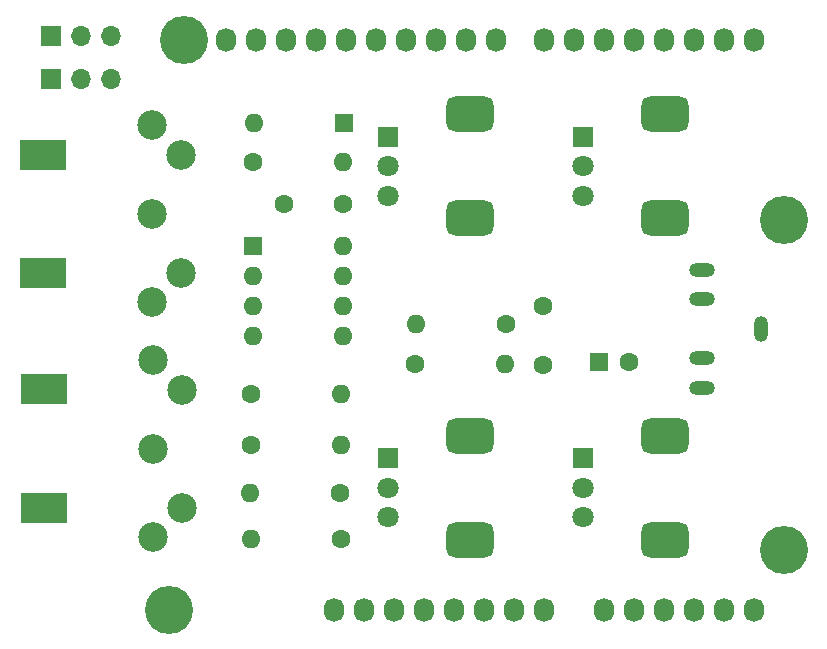
<source format=gbr>
%TF.GenerationSoftware,KiCad,Pcbnew,(6.0.5)*%
%TF.CreationDate,2022-11-11T15:24:04+00:00*%
%TF.ProjectId,ArduinoMozziExperimentShield,41726475-696e-46f4-9d6f-7a7a69457870,rev?*%
%TF.SameCoordinates,Original*%
%TF.FileFunction,Soldermask,Top*%
%TF.FilePolarity,Negative*%
%FSLAX46Y46*%
G04 Gerber Fmt 4.6, Leading zero omitted, Abs format (unit mm)*
G04 Created by KiCad (PCBNEW (6.0.5)) date 2022-11-11 15:24:04*
%MOMM*%
%LPD*%
G01*
G04 APERTURE LIST*
G04 Aperture macros list*
%AMRoundRect*
0 Rectangle with rounded corners*
0 $1 Rounding radius*
0 $2 $3 $4 $5 $6 $7 $8 $9 X,Y pos of 4 corners*
0 Add a 4 corners polygon primitive as box body*
4,1,4,$2,$3,$4,$5,$6,$7,$8,$9,$2,$3,0*
0 Add four circle primitives for the rounded corners*
1,1,$1+$1,$2,$3*
1,1,$1+$1,$4,$5*
1,1,$1+$1,$6,$7*
1,1,$1+$1,$8,$9*
0 Add four rect primitives between the rounded corners*
20,1,$1+$1,$2,$3,$4,$5,0*
20,1,$1+$1,$4,$5,$6,$7,0*
20,1,$1+$1,$6,$7,$8,$9,0*
20,1,$1+$1,$8,$9,$2,$3,0*%
G04 Aperture macros list end*
%ADD10O,1.727200X2.032000*%
%ADD11C,4.064000*%
%ADD12R,1.600000X1.600000*%
%ADD13C,1.600000*%
%ADD14O,1.600000X1.600000*%
%ADD15R,4.000000X2.500000*%
%ADD16C,2.499360*%
%ADD17R,1.800000X1.800000*%
%ADD18C,1.800000*%
%ADD19RoundRect,0.750000X-1.250000X-0.750000X1.250000X-0.750000X1.250000X0.750000X-1.250000X0.750000X0*%
%ADD20R,1.700000X1.700000*%
%ADD21O,1.700000X1.700000*%
%ADD22O,2.200000X1.200000*%
%ADD23O,1.200000X2.200000*%
G04 APERTURE END LIST*
D10*
%TO.C,P1*%
X138938000Y-123825000D03*
X141478000Y-123825000D03*
X144018000Y-123825000D03*
X146558000Y-123825000D03*
X149098000Y-123825000D03*
X151638000Y-123825000D03*
X154178000Y-123825000D03*
X156718000Y-123825000D03*
%TD*%
%TO.C,P2*%
X161798000Y-123825000D03*
X164338000Y-123825000D03*
X166878000Y-123825000D03*
X169418000Y-123825000D03*
X171958000Y-123825000D03*
X174498000Y-123825000D03*
%TD*%
%TO.C,P3*%
X129794000Y-75565000D03*
X132334000Y-75565000D03*
X134874000Y-75565000D03*
X137414000Y-75565000D03*
X139954000Y-75565000D03*
X142494000Y-75565000D03*
X145034000Y-75565000D03*
X147574000Y-75565000D03*
X150114000Y-75565000D03*
X152654000Y-75565000D03*
%TD*%
%TO.C,P4*%
X156718000Y-75565000D03*
X159258000Y-75565000D03*
X161798000Y-75565000D03*
X164338000Y-75565000D03*
X166878000Y-75565000D03*
X169418000Y-75565000D03*
X171958000Y-75565000D03*
X174498000Y-75565000D03*
%TD*%
D11*
%TO.C,P5*%
X124968000Y-123825000D03*
%TD*%
%TO.C,P6*%
X177038000Y-118745000D03*
%TD*%
%TO.C,P7*%
X126238000Y-75565000D03*
%TD*%
%TO.C,P8*%
X177038000Y-90805000D03*
%TD*%
D12*
%TO.C,C3*%
X161410375Y-102825000D03*
D13*
X163910375Y-102825000D03*
%TD*%
D12*
%TO.C,U1*%
X132108000Y-93075000D03*
D14*
X132108000Y-95615000D03*
X132108000Y-98155000D03*
X132108000Y-100695000D03*
X139728000Y-100695000D03*
X139728000Y-98155000D03*
X139728000Y-95615000D03*
X139728000Y-93075000D03*
%TD*%
D15*
%TO.C,IN1*%
X114340300Y-95316260D03*
X114340300Y-85313740D03*
D16*
X123535200Y-97813080D03*
X123537740Y-90315000D03*
X123535200Y-82816920D03*
X126037100Y-95311180D03*
X126037100Y-85318820D03*
%TD*%
D13*
%TO.C,R5*%
X131958000Y-105615000D03*
D14*
X139578000Y-105615000D03*
%TD*%
D17*
%TO.C,RV3*%
X143500000Y-111000000D03*
D18*
X143500000Y-113500000D03*
X143500000Y-116000000D03*
D19*
X150500000Y-117900000D03*
X150500000Y-109100000D03*
%TD*%
D13*
%TO.C,R4*%
X131898000Y-109885000D03*
D14*
X139518000Y-109885000D03*
%TD*%
D20*
%TO.C,J2*%
X115013000Y-78905000D03*
D21*
X117553000Y-78905000D03*
X120093000Y-78905000D03*
%TD*%
D20*
%TO.C,J1*%
X115013000Y-75275000D03*
D21*
X117553000Y-75275000D03*
X120093000Y-75275000D03*
%TD*%
D13*
%TO.C,R7*%
X145828000Y-103065000D03*
D14*
X153448000Y-103065000D03*
%TD*%
D15*
%TO.C,OUT1*%
X114390300Y-105193740D03*
X114390300Y-115196260D03*
D16*
X123585200Y-117693080D03*
X123587740Y-110195000D03*
X123585200Y-102696920D03*
X126087100Y-115191180D03*
X126087100Y-105198820D03*
%TD*%
D13*
%TO.C,R3*%
X132118000Y-85915000D03*
D14*
X139738000Y-85915000D03*
%TD*%
D17*
%TO.C,RV2*%
X160000000Y-83800000D03*
D18*
X160000000Y-86300000D03*
X160000000Y-88800000D03*
D19*
X167000000Y-81900000D03*
X167000000Y-90700000D03*
%TD*%
D12*
%TO.C,D1*%
X139778000Y-82605000D03*
D14*
X132158000Y-82605000D03*
%TD*%
D13*
%TO.C,R2*%
X139498000Y-113945000D03*
D14*
X131878000Y-113945000D03*
%TD*%
D17*
%TO.C,RV4*%
X160000000Y-111000000D03*
D18*
X160000000Y-113500000D03*
X160000000Y-116000000D03*
D19*
X167000000Y-109100000D03*
X167000000Y-117900000D03*
%TD*%
D13*
%TO.C,C1*%
X139708000Y-89495000D03*
X134708000Y-89495000D03*
%TD*%
%TO.C,R1*%
X139518000Y-117875000D03*
D14*
X131898000Y-117875000D03*
%TD*%
D13*
%TO.C,R6*%
X153500000Y-99625000D03*
D14*
X145880000Y-99625000D03*
%TD*%
D17*
%TO.C,RV1*%
X143500000Y-83800000D03*
D18*
X143500000Y-86300000D03*
X143500000Y-88800000D03*
D19*
X150500000Y-90700000D03*
X150500000Y-81900000D03*
%TD*%
D13*
%TO.C,C2*%
X156668000Y-103105000D03*
X156668000Y-98105000D03*
%TD*%
D22*
%TO.C,J3*%
X170098000Y-105065000D03*
X170098000Y-102565000D03*
D23*
X175098000Y-100065000D03*
D22*
X170098000Y-95065000D03*
X170098000Y-97565000D03*
%TD*%
M02*

</source>
